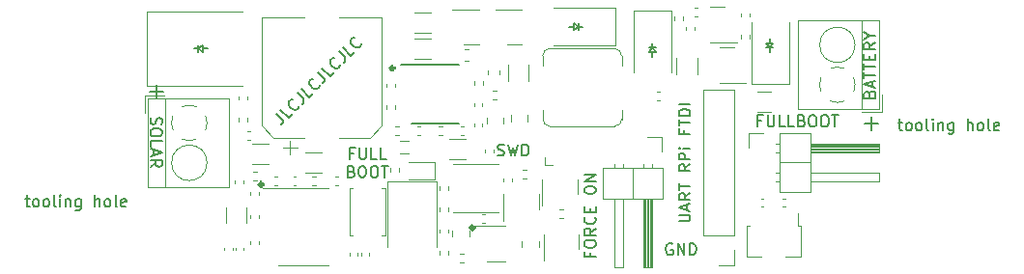
<source format=gto>
%TF.GenerationSoftware,KiCad,Pcbnew,(6.0.5)*%
%TF.CreationDate,2022-05-29T19:21:05+02:00*%
%TF.ProjectId,SolarCamPiV2,536f6c61-7243-4616-9d50-6956322e6b69,rev?*%
%TF.SameCoordinates,Original*%
%TF.FileFunction,Legend,Top*%
%TF.FilePolarity,Positive*%
%FSLAX46Y46*%
G04 Gerber Fmt 4.6, Leading zero omitted, Abs format (unit mm)*
G04 Created by KiCad (PCBNEW (6.0.5)) date 2022-05-29 19:21:05*
%MOMM*%
%LPD*%
G01*
G04 APERTURE LIST*
%ADD10C,0.150000*%
%ADD11C,0.348607*%
%ADD12C,0.200000*%
%ADD13C,0.120000*%
G04 APERTURE END LIST*
D10*
X144400000Y-110700000D02*
X144700000Y-110300000D01*
X104900000Y-110350000D02*
X104900000Y-110650000D01*
X144700000Y-110700000D02*
X144700000Y-111100000D01*
X137800001Y-108150000D02*
X137800001Y-108750000D01*
X144400000Y-110300000D02*
X145000000Y-110300000D01*
X138199999Y-108450000D02*
X138600000Y-108450000D01*
X144700000Y-110300000D02*
X145000000Y-110700000D01*
D11*
X110574303Y-122300000D02*
G75*
G03*
X110574303Y-122300000I-174303J0D01*
G01*
D10*
X104900000Y-110350000D02*
X104499999Y-110350000D01*
X154950000Y-110299999D02*
X155250000Y-110299999D01*
X155250000Y-110299999D02*
X154650000Y-110299999D01*
X154950000Y-110299999D02*
X154650000Y-109900001D01*
X104900000Y-110650000D02*
X104900000Y-110050000D01*
X137800001Y-108150000D02*
X138199999Y-108450000D01*
X154950000Y-109900001D02*
X154950000Y-109500000D01*
X144400000Y-110700000D02*
X145000000Y-110700000D01*
X144700000Y-110300000D02*
X144700000Y-109900000D01*
X105299998Y-110350000D02*
X105699999Y-110350000D01*
X138199999Y-108150000D02*
X138199999Y-108750000D01*
X104900000Y-110350000D02*
X105299998Y-110050000D01*
X138199999Y-108450000D02*
X137800001Y-108750000D01*
X154950000Y-110299999D02*
X154950000Y-110700000D01*
D11*
X122074303Y-112100000D02*
G75*
G03*
X122074303Y-112100000I-174303J0D01*
G01*
D10*
X105299998Y-110650000D02*
X105299998Y-110050000D01*
X144700000Y-110300000D02*
X144400000Y-110300000D01*
D11*
X129074303Y-126100000D02*
G75*
G03*
X129074303Y-126100000I-174303J0D01*
G01*
D10*
X155250000Y-109900001D02*
X154950000Y-110299999D01*
X155250000Y-109900001D02*
X154650000Y-109900001D01*
X137800001Y-108450000D02*
X137400000Y-108450000D01*
X105299998Y-110650000D02*
X104900000Y-110350000D01*
X138199999Y-108450000D02*
X138199999Y-108150000D01*
X154255952Y-116703571D02*
X153922619Y-116703571D01*
X153922619Y-117227380D02*
X153922619Y-116227380D01*
X154398809Y-116227380D01*
X154779761Y-116227380D02*
X154779761Y-117036904D01*
X154827380Y-117132142D01*
X154875000Y-117179761D01*
X154970238Y-117227380D01*
X155160714Y-117227380D01*
X155255952Y-117179761D01*
X155303571Y-117132142D01*
X155351190Y-117036904D01*
X155351190Y-116227380D01*
X156303571Y-117227380D02*
X155827380Y-117227380D01*
X155827380Y-116227380D01*
X157113095Y-117227380D02*
X156636904Y-117227380D01*
X156636904Y-116227380D01*
X157779761Y-116703571D02*
X157922619Y-116751190D01*
X157970238Y-116798809D01*
X158017857Y-116894047D01*
X158017857Y-117036904D01*
X157970238Y-117132142D01*
X157922619Y-117179761D01*
X157827380Y-117227380D01*
X157446428Y-117227380D01*
X157446428Y-116227380D01*
X157779761Y-116227380D01*
X157875000Y-116275000D01*
X157922619Y-116322619D01*
X157970238Y-116417857D01*
X157970238Y-116513095D01*
X157922619Y-116608333D01*
X157875000Y-116655952D01*
X157779761Y-116703571D01*
X157446428Y-116703571D01*
X158636904Y-116227380D02*
X158827380Y-116227380D01*
X158922619Y-116275000D01*
X159017857Y-116370238D01*
X159065476Y-116560714D01*
X159065476Y-116894047D01*
X159017857Y-117084523D01*
X158922619Y-117179761D01*
X158827380Y-117227380D01*
X158636904Y-117227380D01*
X158541666Y-117179761D01*
X158446428Y-117084523D01*
X158398809Y-116894047D01*
X158398809Y-116560714D01*
X158446428Y-116370238D01*
X158541666Y-116275000D01*
X158636904Y-116227380D01*
X159684523Y-116227380D02*
X159875000Y-116227380D01*
X159970238Y-116275000D01*
X160065476Y-116370238D01*
X160113095Y-116560714D01*
X160113095Y-116894047D01*
X160065476Y-117084523D01*
X159970238Y-117179761D01*
X159875000Y-117227380D01*
X159684523Y-117227380D01*
X159589285Y-117179761D01*
X159494047Y-117084523D01*
X159446428Y-116894047D01*
X159446428Y-116560714D01*
X159494047Y-116370238D01*
X159589285Y-116275000D01*
X159684523Y-116227380D01*
X160398809Y-116227380D02*
X160970238Y-116227380D01*
X160684523Y-117227380D02*
X160684523Y-116227380D01*
X163703571Y-114375000D02*
X163751190Y-114232142D01*
X163798809Y-114184523D01*
X163894047Y-114136904D01*
X164036904Y-114136904D01*
X164132142Y-114184523D01*
X164179761Y-114232142D01*
X164227380Y-114327380D01*
X164227380Y-114708333D01*
X163227380Y-114708333D01*
X163227380Y-114375000D01*
X163275000Y-114279761D01*
X163322619Y-114232142D01*
X163417857Y-114184523D01*
X163513095Y-114184523D01*
X163608333Y-114232142D01*
X163655952Y-114279761D01*
X163703571Y-114375000D01*
X163703571Y-114708333D01*
X163941666Y-113755952D02*
X163941666Y-113279761D01*
X164227380Y-113851190D02*
X163227380Y-113517857D01*
X164227380Y-113184523D01*
X163227380Y-112994047D02*
X163227380Y-112422619D01*
X164227380Y-112708333D02*
X163227380Y-112708333D01*
X163227380Y-112232142D02*
X163227380Y-111660714D01*
X164227380Y-111946428D02*
X163227380Y-111946428D01*
X163703571Y-111327380D02*
X163703571Y-110994047D01*
X164227380Y-110851190D02*
X164227380Y-111327380D01*
X163227380Y-111327380D01*
X163227380Y-110851190D01*
X164227380Y-109851190D02*
X163751190Y-110184523D01*
X164227380Y-110422619D02*
X163227380Y-110422619D01*
X163227380Y-110041666D01*
X163275000Y-109946428D01*
X163322619Y-109898809D01*
X163417857Y-109851190D01*
X163560714Y-109851190D01*
X163655952Y-109898809D01*
X163703571Y-109946428D01*
X163751190Y-110041666D01*
X163751190Y-110422619D01*
X163751190Y-109232142D02*
X164227380Y-109232142D01*
X163227380Y-109565476D02*
X163751190Y-109232142D01*
X163227380Y-108898809D01*
X111746614Y-116078934D02*
X112251691Y-116584011D01*
X112319034Y-116718698D01*
X112319034Y-116853385D01*
X112251691Y-116988072D01*
X112184347Y-117055415D01*
X113127156Y-116112606D02*
X112790439Y-116449324D01*
X112083332Y-115742217D01*
X113699576Y-115405499D02*
X113699576Y-115472843D01*
X113632233Y-115607530D01*
X113564889Y-115674873D01*
X113430202Y-115742217D01*
X113295515Y-115742217D01*
X113194500Y-115708545D01*
X113026141Y-115607530D01*
X112925126Y-115506514D01*
X112824111Y-115338156D01*
X112790439Y-115237140D01*
X112790439Y-115102453D01*
X112857782Y-114967766D01*
X112925126Y-114900423D01*
X113059813Y-114833079D01*
X113127156Y-114833079D01*
X113564889Y-114260660D02*
X114069965Y-114765736D01*
X114137309Y-114900423D01*
X114137309Y-115035110D01*
X114069965Y-115169797D01*
X114002622Y-115237140D01*
X114945431Y-114294331D02*
X114608713Y-114631049D01*
X113901607Y-113923942D01*
X115517851Y-113587225D02*
X115517851Y-113654568D01*
X115450507Y-113789255D01*
X115383164Y-113856599D01*
X115248477Y-113923942D01*
X115113790Y-113923942D01*
X115012774Y-113890270D01*
X114844416Y-113789255D01*
X114743400Y-113688240D01*
X114642385Y-113519881D01*
X114608713Y-113418866D01*
X114608713Y-113284179D01*
X114676057Y-113149492D01*
X114743400Y-113082148D01*
X114878087Y-113014805D01*
X114945431Y-113014805D01*
X115383164Y-112442385D02*
X115888240Y-112947461D01*
X115955583Y-113082148D01*
X115955583Y-113216835D01*
X115888240Y-113351522D01*
X115820896Y-113418866D01*
X116763705Y-112476057D02*
X116426988Y-112812774D01*
X115719881Y-112105668D01*
X117336125Y-111768950D02*
X117336125Y-111836294D01*
X117268782Y-111970981D01*
X117201438Y-112038324D01*
X117066751Y-112105668D01*
X116932064Y-112105668D01*
X116831049Y-112071996D01*
X116662690Y-111970981D01*
X116561675Y-111869965D01*
X116460660Y-111701607D01*
X116426988Y-111600591D01*
X116426988Y-111465904D01*
X116494331Y-111331217D01*
X116561675Y-111263874D01*
X116696362Y-111196530D01*
X116763705Y-111196530D01*
X117201438Y-110624111D02*
X117706514Y-111129187D01*
X117773858Y-111263874D01*
X117773858Y-111398561D01*
X117706514Y-111533248D01*
X117639171Y-111600591D01*
X118581980Y-110657782D02*
X118245263Y-110994500D01*
X117538156Y-110287393D01*
X119154400Y-109950675D02*
X119154400Y-110018019D01*
X119087056Y-110152706D01*
X119019713Y-110220049D01*
X118885026Y-110287393D01*
X118750339Y-110287393D01*
X118649324Y-110253721D01*
X118480965Y-110152706D01*
X118379950Y-110051691D01*
X118278934Y-109883332D01*
X118245263Y-109782317D01*
X118245263Y-109647630D01*
X118312606Y-109512943D01*
X118379950Y-109445599D01*
X118514637Y-109378256D01*
X118581980Y-109378256D01*
X147002380Y-125542857D02*
X147811904Y-125542857D01*
X147907142Y-125495238D01*
X147954761Y-125447619D01*
X148002380Y-125352380D01*
X148002380Y-125161904D01*
X147954761Y-125066666D01*
X147907142Y-125019047D01*
X147811904Y-124971428D01*
X147002380Y-124971428D01*
X147716666Y-124542857D02*
X147716666Y-124066666D01*
X148002380Y-124638095D02*
X147002380Y-124304761D01*
X148002380Y-123971428D01*
X148002380Y-123066666D02*
X147526190Y-123400000D01*
X148002380Y-123638095D02*
X147002380Y-123638095D01*
X147002380Y-123257142D01*
X147050000Y-123161904D01*
X147097619Y-123114285D01*
X147192857Y-123066666D01*
X147335714Y-123066666D01*
X147430952Y-123114285D01*
X147478571Y-123161904D01*
X147526190Y-123257142D01*
X147526190Y-123638095D01*
X147002380Y-122780952D02*
X147002380Y-122209523D01*
X148002380Y-122495238D02*
X147002380Y-122495238D01*
X148002380Y-120542857D02*
X147526190Y-120876190D01*
X148002380Y-121114285D02*
X147002380Y-121114285D01*
X147002380Y-120733333D01*
X147050000Y-120638095D01*
X147097619Y-120590476D01*
X147192857Y-120542857D01*
X147335714Y-120542857D01*
X147430952Y-120590476D01*
X147478571Y-120638095D01*
X147526190Y-120733333D01*
X147526190Y-121114285D01*
X148002380Y-120114285D02*
X147002380Y-120114285D01*
X147002380Y-119733333D01*
X147050000Y-119638095D01*
X147097619Y-119590476D01*
X147192857Y-119542857D01*
X147335714Y-119542857D01*
X147430952Y-119590476D01*
X147478571Y-119638095D01*
X147526190Y-119733333D01*
X147526190Y-120114285D01*
X148002380Y-119114285D02*
X147335714Y-119114285D01*
X147002380Y-119114285D02*
X147050000Y-119161904D01*
X147097619Y-119114285D01*
X147050000Y-119066666D01*
X147002380Y-119114285D01*
X147097619Y-119114285D01*
X147478571Y-117542857D02*
X147478571Y-117876190D01*
X148002380Y-117876190D02*
X147002380Y-117876190D01*
X147002380Y-117400000D01*
X147002380Y-117161904D02*
X147002380Y-116590476D01*
X148002380Y-116876190D02*
X147002380Y-116876190D01*
X148002380Y-116257142D02*
X147002380Y-116257142D01*
X147002380Y-116019047D01*
X147050000Y-115876190D01*
X147145238Y-115780952D01*
X147240476Y-115733333D01*
X147430952Y-115685714D01*
X147573809Y-115685714D01*
X147764285Y-115733333D01*
X147859523Y-115780952D01*
X147954761Y-115876190D01*
X148002380Y-116019047D01*
X148002380Y-116257142D01*
X148002380Y-115257142D02*
X147002380Y-115257142D01*
X118484523Y-119548571D02*
X118151190Y-119548571D01*
X118151190Y-120072380D02*
X118151190Y-119072380D01*
X118627380Y-119072380D01*
X119008333Y-119072380D02*
X119008333Y-119881904D01*
X119055952Y-119977142D01*
X119103571Y-120024761D01*
X119198809Y-120072380D01*
X119389285Y-120072380D01*
X119484523Y-120024761D01*
X119532142Y-119977142D01*
X119579761Y-119881904D01*
X119579761Y-119072380D01*
X120532142Y-120072380D02*
X120055952Y-120072380D01*
X120055952Y-119072380D01*
X121341666Y-120072380D02*
X120865476Y-120072380D01*
X120865476Y-119072380D01*
X118317857Y-121158571D02*
X118460714Y-121206190D01*
X118508333Y-121253809D01*
X118555952Y-121349047D01*
X118555952Y-121491904D01*
X118508333Y-121587142D01*
X118460714Y-121634761D01*
X118365476Y-121682380D01*
X117984523Y-121682380D01*
X117984523Y-120682380D01*
X118317857Y-120682380D01*
X118413095Y-120730000D01*
X118460714Y-120777619D01*
X118508333Y-120872857D01*
X118508333Y-120968095D01*
X118460714Y-121063333D01*
X118413095Y-121110952D01*
X118317857Y-121158571D01*
X117984523Y-121158571D01*
X119175000Y-120682380D02*
X119365476Y-120682380D01*
X119460714Y-120730000D01*
X119555952Y-120825238D01*
X119603571Y-121015714D01*
X119603571Y-121349047D01*
X119555952Y-121539523D01*
X119460714Y-121634761D01*
X119365476Y-121682380D01*
X119175000Y-121682380D01*
X119079761Y-121634761D01*
X118984523Y-121539523D01*
X118936904Y-121349047D01*
X118936904Y-121015714D01*
X118984523Y-120825238D01*
X119079761Y-120730000D01*
X119175000Y-120682380D01*
X120222619Y-120682380D02*
X120413095Y-120682380D01*
X120508333Y-120730000D01*
X120603571Y-120825238D01*
X120651190Y-121015714D01*
X120651190Y-121349047D01*
X120603571Y-121539523D01*
X120508333Y-121634761D01*
X120413095Y-121682380D01*
X120222619Y-121682380D01*
X120127380Y-121634761D01*
X120032142Y-121539523D01*
X119984523Y-121349047D01*
X119984523Y-121015714D01*
X120032142Y-120825238D01*
X120127380Y-120730000D01*
X120222619Y-120682380D01*
X120936904Y-120682380D02*
X121508333Y-120682380D01*
X121222619Y-121682380D02*
X121222619Y-120682380D01*
X100745238Y-116457142D02*
X100697619Y-116600000D01*
X100697619Y-116838095D01*
X100745238Y-116933333D01*
X100792857Y-116980952D01*
X100888095Y-117028571D01*
X100983333Y-117028571D01*
X101078571Y-116980952D01*
X101126190Y-116933333D01*
X101173809Y-116838095D01*
X101221428Y-116647619D01*
X101269047Y-116552380D01*
X101316666Y-116504761D01*
X101411904Y-116457142D01*
X101507142Y-116457142D01*
X101602380Y-116504761D01*
X101650000Y-116552380D01*
X101697619Y-116647619D01*
X101697619Y-116885714D01*
X101650000Y-117028571D01*
X101697619Y-117647619D02*
X101697619Y-117838095D01*
X101650000Y-117933333D01*
X101554761Y-118028571D01*
X101364285Y-118076190D01*
X101030952Y-118076190D01*
X100840476Y-118028571D01*
X100745238Y-117933333D01*
X100697619Y-117838095D01*
X100697619Y-117647619D01*
X100745238Y-117552380D01*
X100840476Y-117457142D01*
X101030952Y-117409523D01*
X101364285Y-117409523D01*
X101554761Y-117457142D01*
X101650000Y-117552380D01*
X101697619Y-117647619D01*
X100697619Y-118980952D02*
X100697619Y-118504761D01*
X101697619Y-118504761D01*
X100983333Y-119266666D02*
X100983333Y-119742857D01*
X100697619Y-119171428D02*
X101697619Y-119504761D01*
X100697619Y-119838095D01*
X100697619Y-120742857D02*
X101173809Y-120409523D01*
X100697619Y-120171428D02*
X101697619Y-120171428D01*
X101697619Y-120552380D01*
X101650000Y-120647619D01*
X101602380Y-120695238D01*
X101507142Y-120742857D01*
X101364285Y-120742857D01*
X101269047Y-120695238D01*
X101221428Y-120647619D01*
X101173809Y-120552380D01*
X101173809Y-120171428D01*
D12*
X163303571Y-116932142D02*
X164446428Y-116932142D01*
X163875000Y-117503571D02*
X163875000Y-116360714D01*
D10*
X146438095Y-127525000D02*
X146342857Y-127477380D01*
X146200000Y-127477380D01*
X146057142Y-127525000D01*
X145961904Y-127620238D01*
X145914285Y-127715476D01*
X145866666Y-127905952D01*
X145866666Y-128048809D01*
X145914285Y-128239285D01*
X145961904Y-128334523D01*
X146057142Y-128429761D01*
X146200000Y-128477380D01*
X146295238Y-128477380D01*
X146438095Y-128429761D01*
X146485714Y-128382142D01*
X146485714Y-128048809D01*
X146295238Y-128048809D01*
X146914285Y-128477380D02*
X146914285Y-127477380D01*
X147485714Y-128477380D01*
X147485714Y-127477380D01*
X147961904Y-128477380D02*
X147961904Y-127477380D01*
X148200000Y-127477380D01*
X148342857Y-127525000D01*
X148438095Y-127620238D01*
X148485714Y-127715476D01*
X148533333Y-127905952D01*
X148533333Y-128048809D01*
X148485714Y-128239285D01*
X148438095Y-128334523D01*
X148342857Y-128429761D01*
X148200000Y-128477380D01*
X147961904Y-128477380D01*
X139203571Y-128311904D02*
X139203571Y-128645238D01*
X139727380Y-128645238D02*
X138727380Y-128645238D01*
X138727380Y-128169047D01*
X138727380Y-127597619D02*
X138727380Y-127407142D01*
X138775000Y-127311904D01*
X138870238Y-127216666D01*
X139060714Y-127169047D01*
X139394047Y-127169047D01*
X139584523Y-127216666D01*
X139679761Y-127311904D01*
X139727380Y-127407142D01*
X139727380Y-127597619D01*
X139679761Y-127692857D01*
X139584523Y-127788095D01*
X139394047Y-127835714D01*
X139060714Y-127835714D01*
X138870238Y-127788095D01*
X138775000Y-127692857D01*
X138727380Y-127597619D01*
X139727380Y-126169047D02*
X139251190Y-126502380D01*
X139727380Y-126740476D02*
X138727380Y-126740476D01*
X138727380Y-126359523D01*
X138775000Y-126264285D01*
X138822619Y-126216666D01*
X138917857Y-126169047D01*
X139060714Y-126169047D01*
X139155952Y-126216666D01*
X139203571Y-126264285D01*
X139251190Y-126359523D01*
X139251190Y-126740476D01*
X139632142Y-125169047D02*
X139679761Y-125216666D01*
X139727380Y-125359523D01*
X139727380Y-125454761D01*
X139679761Y-125597619D01*
X139584523Y-125692857D01*
X139489285Y-125740476D01*
X139298809Y-125788095D01*
X139155952Y-125788095D01*
X138965476Y-125740476D01*
X138870238Y-125692857D01*
X138775000Y-125597619D01*
X138727380Y-125454761D01*
X138727380Y-125359523D01*
X138775000Y-125216666D01*
X138822619Y-125169047D01*
X139203571Y-124740476D02*
X139203571Y-124407142D01*
X139727380Y-124264285D02*
X139727380Y-124740476D01*
X138727380Y-124740476D01*
X138727380Y-124264285D01*
X138727380Y-122883333D02*
X138727380Y-122692857D01*
X138775000Y-122597619D01*
X138870238Y-122502380D01*
X139060714Y-122454761D01*
X139394047Y-122454761D01*
X139584523Y-122502380D01*
X139679761Y-122597619D01*
X139727380Y-122692857D01*
X139727380Y-122883333D01*
X139679761Y-122978571D01*
X139584523Y-123073809D01*
X139394047Y-123121428D01*
X139060714Y-123121428D01*
X138870238Y-123073809D01*
X138775000Y-122978571D01*
X138727380Y-122883333D01*
X139727380Y-122026190D02*
X138727380Y-122026190D01*
X139727380Y-121454761D01*
X138727380Y-121454761D01*
X131117857Y-119729761D02*
X131260714Y-119777380D01*
X131498809Y-119777380D01*
X131594047Y-119729761D01*
X131641666Y-119682142D01*
X131689285Y-119586904D01*
X131689285Y-119491666D01*
X131641666Y-119396428D01*
X131594047Y-119348809D01*
X131498809Y-119301190D01*
X131308333Y-119253571D01*
X131213095Y-119205952D01*
X131165476Y-119158333D01*
X131117857Y-119063095D01*
X131117857Y-118967857D01*
X131165476Y-118872619D01*
X131213095Y-118825000D01*
X131308333Y-118777380D01*
X131546428Y-118777380D01*
X131689285Y-118825000D01*
X132022619Y-118777380D02*
X132260714Y-119777380D01*
X132451190Y-119063095D01*
X132641666Y-119777380D01*
X132879761Y-118777380D01*
X133260714Y-119777380D02*
X133260714Y-118777380D01*
X133498809Y-118777380D01*
X133641666Y-118825000D01*
X133736904Y-118920238D01*
X133784523Y-119015476D01*
X133832142Y-119205952D01*
X133832142Y-119348809D01*
X133784523Y-119539285D01*
X133736904Y-119634523D01*
X133641666Y-119729761D01*
X133498809Y-119777380D01*
X133260714Y-119777380D01*
D12*
X100653571Y-114132142D02*
X101796428Y-114132142D01*
X101225000Y-114703571D02*
X101225000Y-113560714D01*
D10*
%TO.C,H5*%
X89723809Y-123585714D02*
X90104761Y-123585714D01*
X89866666Y-123252380D02*
X89866666Y-124109523D01*
X89914285Y-124204761D01*
X90009523Y-124252380D01*
X90104761Y-124252380D01*
X90580952Y-124252380D02*
X90485714Y-124204761D01*
X90438095Y-124157142D01*
X90390476Y-124061904D01*
X90390476Y-123776190D01*
X90438095Y-123680952D01*
X90485714Y-123633333D01*
X90580952Y-123585714D01*
X90723809Y-123585714D01*
X90819047Y-123633333D01*
X90866666Y-123680952D01*
X90914285Y-123776190D01*
X90914285Y-124061904D01*
X90866666Y-124157142D01*
X90819047Y-124204761D01*
X90723809Y-124252380D01*
X90580952Y-124252380D01*
X91485714Y-124252380D02*
X91390476Y-124204761D01*
X91342857Y-124157142D01*
X91295238Y-124061904D01*
X91295238Y-123776190D01*
X91342857Y-123680952D01*
X91390476Y-123633333D01*
X91485714Y-123585714D01*
X91628571Y-123585714D01*
X91723809Y-123633333D01*
X91771428Y-123680952D01*
X91819047Y-123776190D01*
X91819047Y-124061904D01*
X91771428Y-124157142D01*
X91723809Y-124204761D01*
X91628571Y-124252380D01*
X91485714Y-124252380D01*
X92390476Y-124252380D02*
X92295238Y-124204761D01*
X92247619Y-124109523D01*
X92247619Y-123252380D01*
X92771428Y-124252380D02*
X92771428Y-123585714D01*
X92771428Y-123252380D02*
X92723809Y-123300000D01*
X92771428Y-123347619D01*
X92819047Y-123300000D01*
X92771428Y-123252380D01*
X92771428Y-123347619D01*
X93247619Y-123585714D02*
X93247619Y-124252380D01*
X93247619Y-123680952D02*
X93295238Y-123633333D01*
X93390476Y-123585714D01*
X93533333Y-123585714D01*
X93628571Y-123633333D01*
X93676190Y-123728571D01*
X93676190Y-124252380D01*
X94580952Y-123585714D02*
X94580952Y-124395238D01*
X94533333Y-124490476D01*
X94485714Y-124538095D01*
X94390476Y-124585714D01*
X94247619Y-124585714D01*
X94152380Y-124538095D01*
X94580952Y-124204761D02*
X94485714Y-124252380D01*
X94295238Y-124252380D01*
X94200000Y-124204761D01*
X94152380Y-124157142D01*
X94104761Y-124061904D01*
X94104761Y-123776190D01*
X94152380Y-123680952D01*
X94200000Y-123633333D01*
X94295238Y-123585714D01*
X94485714Y-123585714D01*
X94580952Y-123633333D01*
X95819047Y-124252380D02*
X95819047Y-123252380D01*
X96247619Y-124252380D02*
X96247619Y-123728571D01*
X96200000Y-123633333D01*
X96104761Y-123585714D01*
X95961904Y-123585714D01*
X95866666Y-123633333D01*
X95819047Y-123680952D01*
X96866666Y-124252380D02*
X96771428Y-124204761D01*
X96723809Y-124157142D01*
X96676190Y-124061904D01*
X96676190Y-123776190D01*
X96723809Y-123680952D01*
X96771428Y-123633333D01*
X96866666Y-123585714D01*
X97009523Y-123585714D01*
X97104761Y-123633333D01*
X97152380Y-123680952D01*
X97200000Y-123776190D01*
X97200000Y-124061904D01*
X97152380Y-124157142D01*
X97104761Y-124204761D01*
X97009523Y-124252380D01*
X96866666Y-124252380D01*
X97771428Y-124252380D02*
X97676190Y-124204761D01*
X97628571Y-124109523D01*
X97628571Y-123252380D01*
X98533333Y-124204761D02*
X98438095Y-124252380D01*
X98247619Y-124252380D01*
X98152380Y-124204761D01*
X98104761Y-124109523D01*
X98104761Y-123728571D01*
X98152380Y-123633333D01*
X98247619Y-123585714D01*
X98438095Y-123585714D01*
X98533333Y-123633333D01*
X98580952Y-123728571D01*
X98580952Y-123823809D01*
X98104761Y-123919047D01*
%TO.C,H6*%
X166223809Y-116885714D02*
X166604761Y-116885714D01*
X166366666Y-116552380D02*
X166366666Y-117409523D01*
X166414285Y-117504761D01*
X166509523Y-117552380D01*
X166604761Y-117552380D01*
X167080952Y-117552380D02*
X166985714Y-117504761D01*
X166938095Y-117457142D01*
X166890476Y-117361904D01*
X166890476Y-117076190D01*
X166938095Y-116980952D01*
X166985714Y-116933333D01*
X167080952Y-116885714D01*
X167223809Y-116885714D01*
X167319047Y-116933333D01*
X167366666Y-116980952D01*
X167414285Y-117076190D01*
X167414285Y-117361904D01*
X167366666Y-117457142D01*
X167319047Y-117504761D01*
X167223809Y-117552380D01*
X167080952Y-117552380D01*
X167985714Y-117552380D02*
X167890476Y-117504761D01*
X167842857Y-117457142D01*
X167795238Y-117361904D01*
X167795238Y-117076190D01*
X167842857Y-116980952D01*
X167890476Y-116933333D01*
X167985714Y-116885714D01*
X168128571Y-116885714D01*
X168223809Y-116933333D01*
X168271428Y-116980952D01*
X168319047Y-117076190D01*
X168319047Y-117361904D01*
X168271428Y-117457142D01*
X168223809Y-117504761D01*
X168128571Y-117552380D01*
X167985714Y-117552380D01*
X168890476Y-117552380D02*
X168795238Y-117504761D01*
X168747619Y-117409523D01*
X168747619Y-116552380D01*
X169271428Y-117552380D02*
X169271428Y-116885714D01*
X169271428Y-116552380D02*
X169223809Y-116600000D01*
X169271428Y-116647619D01*
X169319047Y-116600000D01*
X169271428Y-116552380D01*
X169271428Y-116647619D01*
X169747619Y-116885714D02*
X169747619Y-117552380D01*
X169747619Y-116980952D02*
X169795238Y-116933333D01*
X169890476Y-116885714D01*
X170033333Y-116885714D01*
X170128571Y-116933333D01*
X170176190Y-117028571D01*
X170176190Y-117552380D01*
X171080952Y-116885714D02*
X171080952Y-117695238D01*
X171033333Y-117790476D01*
X170985714Y-117838095D01*
X170890476Y-117885714D01*
X170747619Y-117885714D01*
X170652380Y-117838095D01*
X171080952Y-117504761D02*
X170985714Y-117552380D01*
X170795238Y-117552380D01*
X170700000Y-117504761D01*
X170652380Y-117457142D01*
X170604761Y-117361904D01*
X170604761Y-117076190D01*
X170652380Y-116980952D01*
X170700000Y-116933333D01*
X170795238Y-116885714D01*
X170985714Y-116885714D01*
X171080952Y-116933333D01*
X172319047Y-117552380D02*
X172319047Y-116552380D01*
X172747619Y-117552380D02*
X172747619Y-117028571D01*
X172700000Y-116933333D01*
X172604761Y-116885714D01*
X172461904Y-116885714D01*
X172366666Y-116933333D01*
X172319047Y-116980952D01*
X173366666Y-117552380D02*
X173271428Y-117504761D01*
X173223809Y-117457142D01*
X173176190Y-117361904D01*
X173176190Y-117076190D01*
X173223809Y-116980952D01*
X173271428Y-116933333D01*
X173366666Y-116885714D01*
X173509523Y-116885714D01*
X173604761Y-116933333D01*
X173652380Y-116980952D01*
X173700000Y-117076190D01*
X173700000Y-117361904D01*
X173652380Y-117457142D01*
X173604761Y-117504761D01*
X173509523Y-117552380D01*
X173366666Y-117552380D01*
X174271428Y-117552380D02*
X174176190Y-117504761D01*
X174128571Y-117409523D01*
X174128571Y-116552380D01*
X175033333Y-117504761D02*
X174938095Y-117552380D01*
X174747619Y-117552380D01*
X174652380Y-117504761D01*
X174604761Y-117409523D01*
X174604761Y-117028571D01*
X174652380Y-116933333D01*
X174747619Y-116885714D01*
X174938095Y-116885714D01*
X175033333Y-116933333D01*
X175080952Y-117028571D01*
X175080952Y-117123809D01*
X174604761Y-117219047D01*
D13*
%TO.C,C19*%
X126760000Y-126292164D02*
X126760000Y-126507836D01*
X126040000Y-126292164D02*
X126040000Y-126507836D01*
%TO.C,C8*%
X130183820Y-116942572D02*
X130183820Y-116420068D01*
X131653820Y-116942572D02*
X131653820Y-116420068D01*
%TO.C,C10*%
X108860000Y-127842164D02*
X108860000Y-128057836D01*
X108140000Y-127842164D02*
X108140000Y-128057836D01*
%TO.C,C22*%
X109440000Y-123187836D02*
X109440000Y-122972164D01*
X110160000Y-123187836D02*
X110160000Y-122972164D01*
%TO.C,R17*%
X121720000Y-121153641D02*
X121720000Y-120846359D01*
X122480000Y-121153641D02*
X122480000Y-120846359D01*
%TO.C,D6*%
X100399999Y-113650000D02*
X108799999Y-113650000D01*
X100399999Y-107150000D02*
X108799999Y-107150000D01*
X100399999Y-113650000D02*
X100399999Y-107150000D01*
%TO.C,L2*%
X131200000Y-120500000D02*
X127200000Y-120500000D01*
X131200000Y-124700000D02*
X127200000Y-124700000D01*
%TO.C,R13*%
X109572936Y-120510000D02*
X111027064Y-120510000D01*
X109572936Y-118690000D02*
X111027064Y-118690000D01*
%TO.C,R9*%
X126780000Y-122446359D02*
X126780000Y-122753641D01*
X126020000Y-122446359D02*
X126020000Y-122753641D01*
%TO.C,JP1*%
X142980000Y-120865000D02*
X142980000Y-123525000D01*
X141330000Y-120467929D02*
X141330000Y-120865000D01*
X144630000Y-123525000D02*
X144630000Y-129525000D01*
X143970000Y-123525000D02*
X143970000Y-129525000D01*
X141330000Y-129525000D02*
X141330000Y-123525000D01*
X145520000Y-118155000D02*
X145520000Y-119425000D01*
X142090000Y-123525000D02*
X142090000Y-129525000D01*
X143870000Y-129525000D02*
X143870000Y-123525000D01*
X140380000Y-120865000D02*
X140380000Y-123525000D01*
X140380000Y-123525000D02*
X145580000Y-123525000D01*
X144450000Y-123525000D02*
X144450000Y-129525000D01*
X142090000Y-129525000D02*
X141330000Y-129525000D01*
X145580000Y-123525000D02*
X145580000Y-120865000D01*
X144210000Y-123525000D02*
X144210000Y-129525000D01*
X144090000Y-123525000D02*
X144090000Y-129525000D01*
X144630000Y-120535000D02*
X144630000Y-120865000D01*
X144330000Y-123525000D02*
X144330000Y-129525000D01*
X145580000Y-120865000D02*
X140380000Y-120865000D01*
X143870000Y-120535000D02*
X143870000Y-120865000D01*
X144250000Y-118155000D02*
X145520000Y-118155000D01*
X144630000Y-129525000D02*
X143870000Y-129525000D01*
X144570000Y-123525000D02*
X144570000Y-129525000D01*
X142090000Y-120467929D02*
X142090000Y-120865000D01*
%TO.C,R8*%
X128327064Y-118290000D02*
X126872936Y-118290000D01*
X128327064Y-120110000D02*
X126872936Y-120110000D01*
%TO.C,R14*%
X131003641Y-114070000D02*
X130696359Y-114070000D01*
X131003641Y-114830000D02*
X130696359Y-114830000D01*
%TO.C,C21*%
X111592164Y-122360000D02*
X111807836Y-122360000D01*
X111592164Y-121640000D02*
X111807836Y-121640000D01*
%TO.C,R33*%
X146620000Y-107546359D02*
X146620000Y-107853641D01*
X147380000Y-107546359D02*
X147380000Y-107853641D01*
%TO.C,R34*%
X148380000Y-108753641D02*
X148380000Y-108446359D01*
X147620000Y-108753641D02*
X147620000Y-108446359D01*
%TO.C,D7*%
X153350000Y-113500000D02*
X156650000Y-113500000D01*
X153350000Y-113500000D02*
X153350000Y-108100000D01*
X156650000Y-113500000D02*
X156650000Y-108100000D01*
%TO.C,D2*%
X146368820Y-107081320D02*
X146368820Y-112481320D01*
X143068820Y-107081320D02*
X143068820Y-112481320D01*
X146368820Y-107081320D02*
X143068820Y-107081320D01*
%TO.C,D1*%
X141418820Y-110131320D02*
X136018820Y-110131320D01*
X141418820Y-106831320D02*
X136018820Y-106831320D01*
X141418820Y-110131320D02*
X141418820Y-106831320D01*
%TO.C,R30*%
X153180000Y-109156359D02*
X153180000Y-109463641D01*
X152420000Y-109156359D02*
X152420000Y-109463641D01*
%TO.C,R24*%
X145046359Y-114905000D02*
X145353641Y-114905000D01*
X145046359Y-114145000D02*
X145353641Y-114145000D01*
%TO.C,C15*%
X134735000Y-127761252D02*
X134735000Y-127238748D01*
X133265000Y-127761252D02*
X133265000Y-127238748D01*
%TO.C,U4*%
X114100000Y-122615000D02*
X116300000Y-122615000D01*
X114100000Y-129385000D02*
X116300000Y-129385000D01*
X114100000Y-129385000D02*
X111900000Y-129385000D01*
X114100000Y-122615000D02*
X110500000Y-122615000D01*
%TO.C,C4*%
X131260000Y-112590580D02*
X131260000Y-112309420D01*
X130240000Y-112590580D02*
X130240000Y-112309420D01*
%TO.C,R20*%
X109180000Y-116446359D02*
X109180000Y-116753641D01*
X108420000Y-116446359D02*
X108420000Y-116753641D01*
%TO.C,C26*%
X111504437Y-118192500D02*
X110440000Y-117128063D01*
X120960000Y-107672500D02*
X117210000Y-107672500D01*
X110440000Y-107672500D02*
X114190000Y-107672500D01*
X111504437Y-118192500D02*
X114190000Y-118192500D01*
X112940000Y-119682500D02*
X112940000Y-118432500D01*
X112315000Y-119057500D02*
X113565000Y-119057500D01*
X120960000Y-117128063D02*
X120960000Y-107672500D01*
X110440000Y-117128063D02*
X110440000Y-107672500D01*
X119895563Y-118192500D02*
X117210000Y-118192500D01*
X119895563Y-118192500D02*
X120960000Y-117128063D01*
%TO.C,Q4*%
X134760000Y-123800000D02*
X134760000Y-123150000D01*
X134760000Y-123800000D02*
X134760000Y-124450000D01*
X131640000Y-123800000D02*
X131640000Y-125475000D01*
X131640000Y-123800000D02*
X131640000Y-123150000D01*
%TO.C,R22*%
X117178641Y-122380000D02*
X116871359Y-122380000D01*
X117178641Y-121620000D02*
X116871359Y-121620000D01*
%TO.C,C7*%
X129058820Y-115192164D02*
X129058820Y-115407836D01*
X129778820Y-115192164D02*
X129778820Y-115407836D01*
%TO.C,R23*%
X130045000Y-119528641D02*
X130045000Y-119221359D01*
X130805000Y-119528641D02*
X130805000Y-119221359D01*
%TO.C,U2*%
X152940000Y-128660000D02*
X152940000Y-125940000D01*
X154250000Y-128660000D02*
X152940000Y-128660000D01*
X157430000Y-124800000D02*
X157430000Y-125940000D01*
X152940000Y-125940000D02*
X153170000Y-125940000D01*
X157660000Y-125940000D02*
X157660000Y-128660000D01*
X157660000Y-125940000D02*
X157430000Y-125940000D01*
X157660000Y-128660000D02*
X156350000Y-128660000D01*
%TO.C,R29*%
X132405000Y-121746128D02*
X132405000Y-122053410D01*
X131645000Y-121746128D02*
X131645000Y-122053410D01*
%TO.C,R28*%
X127846359Y-129180000D02*
X128153641Y-129180000D01*
X127846359Y-128420000D02*
X128153641Y-128420000D01*
%TO.C,C6*%
X124110984Y-117941320D02*
X124326656Y-117941320D01*
X124110984Y-117221320D02*
X124326656Y-117221320D01*
%TO.C,R6*%
X115727064Y-119490000D02*
X114272936Y-119490000D01*
X115727064Y-121310000D02*
X114272936Y-121310000D01*
%TO.C,R19*%
X108420000Y-114546359D02*
X108420000Y-114853641D01*
X109180000Y-114546359D02*
X109180000Y-114853641D01*
%TO.C,C13*%
X119140000Y-128507836D02*
X119140000Y-128292164D01*
X119860000Y-128507836D02*
X119860000Y-128292164D01*
%TO.C,J1*%
X135905000Y-120570000D02*
X135270000Y-120570000D01*
X135270000Y-120570000D02*
X135270000Y-119935000D01*
%TO.C,R25*%
X133346359Y-121020000D02*
X133653641Y-121020000D01*
X133346359Y-121780000D02*
X133653641Y-121780000D01*
%TO.C,R3*%
X122130000Y-115678641D02*
X122130000Y-115371359D01*
X121370000Y-115678641D02*
X121370000Y-115371359D01*
%TO.C,C5*%
X128540580Y-111410000D02*
X128259420Y-111410000D01*
X128540580Y-110390000D02*
X128259420Y-110390000D01*
%TO.C,SW1*%
X118430000Y-126770000D02*
X118130000Y-126770000D01*
X118130000Y-126770000D02*
X118130000Y-122630000D01*
X120970000Y-122630000D02*
X121270000Y-122630000D01*
X121270000Y-126770000D02*
X120970000Y-126770000D01*
X118130000Y-122630000D02*
X118430000Y-122630000D01*
X121270000Y-122630000D02*
X121270000Y-126770000D01*
%TO.C,C20*%
X107910000Y-127842164D02*
X107910000Y-128057836D01*
X107190000Y-127842164D02*
X107190000Y-128057836D01*
%TO.C,D3*%
X138260000Y-127300000D02*
X138260000Y-127950000D01*
X135140000Y-127300000D02*
X135140000Y-128975000D01*
X135140000Y-127300000D02*
X135140000Y-126650000D01*
X138260000Y-127300000D02*
X138260000Y-126650000D01*
%TO.C,R21*%
X109146359Y-118380000D02*
X109453641Y-118380000D01*
X109146359Y-117620000D02*
X109453641Y-117620000D01*
D10*
%TO.C,U1*%
X122618820Y-111811320D02*
X127688820Y-111811320D01*
X123548820Y-116951320D02*
X127688820Y-116951320D01*
D13*
%TO.C,D5*%
X125585000Y-120365000D02*
X123300000Y-120365000D01*
X125585000Y-121835000D02*
X125585000Y-120365000D01*
X123300000Y-121835000D02*
X125585000Y-121835000D01*
%TO.C,F1*%
X155052064Y-115935000D02*
X153847936Y-115935000D01*
X155052064Y-114115000D02*
X153847936Y-114115000D01*
%TO.C,R4*%
X122130000Y-113753641D02*
X122130000Y-113446359D01*
X121370000Y-113753641D02*
X121370000Y-113446359D01*
%TO.C,C3*%
X129058820Y-117207836D02*
X129058820Y-116992164D01*
X129778820Y-117207836D02*
X129778820Y-116992164D01*
%TO.C,C9*%
X132283820Y-116742572D02*
X132283820Y-116220068D01*
X133753820Y-116742572D02*
X133753820Y-116220068D01*
%TO.C,J3*%
X151830000Y-126780000D02*
X149170000Y-126780000D01*
X151830000Y-114020000D02*
X149170000Y-114020000D01*
X151830000Y-128050000D02*
X151830000Y-129380000D01*
X151830000Y-126780000D02*
X151830000Y-114020000D01*
X149170000Y-126780000D02*
X149170000Y-114020000D01*
X151830000Y-129380000D02*
X150500000Y-129380000D01*
%TO.C,FB1*%
X123349621Y-119610000D02*
X122550377Y-119610000D01*
X123349621Y-118490000D02*
X122550377Y-118490000D01*
%TO.C,R7*%
X126780000Y-124346359D02*
X126780000Y-124653641D01*
X126020000Y-124346359D02*
X126020000Y-124653641D01*
%TO.C,D4*%
X125750000Y-122050000D02*
X121450000Y-122050000D01*
X125750000Y-122050000D02*
X125750000Y-127750000D01*
X121450000Y-122050000D02*
X121450000Y-127750000D01*
%TO.C,R5*%
X109696359Y-121980000D02*
X110003641Y-121980000D01*
X109696359Y-121220000D02*
X110003641Y-121220000D01*
%TO.C,U3*%
X131000000Y-125940000D02*
X129200000Y-125940000D01*
X131000000Y-129060000D02*
X131800000Y-129060000D01*
X131000000Y-125940000D02*
X131800000Y-125940000D01*
X131000000Y-129060000D02*
X130200000Y-129060000D01*
%TO.C,SC1*%
X101940000Y-114500000D02*
X100200000Y-114500000D01*
X107560000Y-114740000D02*
X107560000Y-122560000D01*
X100440000Y-114740000D02*
X100440000Y-122560000D01*
X107560000Y-122560000D02*
X100440000Y-122560000D01*
X107560000Y-114740000D02*
X100440000Y-114740000D01*
X100200000Y-114500000D02*
X100200000Y-116000000D01*
X102000000Y-114740000D02*
X102000000Y-122560000D01*
X102545000Y-116900000D02*
G75*
G03*
X102668615Y-117507587I1555000J0D01*
G01*
X104708000Y-115468000D02*
G75*
G03*
X103492258Y-115467891I-608000J-1432000D01*
G01*
X103492000Y-118332000D02*
G75*
G03*
X104707742Y-118332109I607999J1432003D01*
G01*
X105532000Y-117508000D02*
G75*
G03*
X105532109Y-116292258I-1432000J608000D01*
G01*
X102668000Y-116292000D02*
G75*
G03*
X102544507Y-116927011I1431988J-607998D01*
G01*
X105655000Y-120400000D02*
G75*
G03*
X105655000Y-120400000I-1555000J0D01*
G01*
%TO.C,R10*%
X115178641Y-121620000D02*
X114871359Y-121620000D01*
X115178641Y-122380000D02*
X114871359Y-122380000D01*
%TO.C,R15*%
X133828820Y-111754256D02*
X133828820Y-113208384D01*
X132008820Y-111754256D02*
X132008820Y-113208384D01*
%TO.C,C1*%
X123870068Y-108991320D02*
X125292572Y-108991320D01*
X123870068Y-107171320D02*
X125292572Y-107171320D01*
%TO.C,C14*%
X156307836Y-123540000D02*
X156092164Y-123540000D01*
X156307836Y-124260000D02*
X156092164Y-124260000D01*
%TO.C,C2*%
X123870068Y-109471320D02*
X125292572Y-109471320D01*
X123870068Y-111291320D02*
X125292572Y-111291320D01*
%TO.C,C24*%
X110160000Y-124992164D02*
X110160000Y-125207836D01*
X109440000Y-124992164D02*
X109440000Y-125207836D01*
%TO.C,Y1*%
X107325000Y-124325000D02*
X107325000Y-125675000D01*
X109075000Y-124325000D02*
X109075000Y-125675000D01*
%TO.C,R2*%
X127865179Y-117201320D02*
X128172461Y-117201320D01*
X127865179Y-117961320D02*
X128172461Y-117961320D01*
%TO.C,C17*%
X129792164Y-125660000D02*
X130007836Y-125660000D01*
X129792164Y-124940000D02*
X130007836Y-124940000D01*
%TO.C,R1*%
X125965179Y-117201320D02*
X126272461Y-117201320D01*
X125965179Y-117961320D02*
X126272461Y-117961320D01*
%TO.C,C16*%
X154407836Y-123540000D02*
X154192164Y-123540000D01*
X154407836Y-124260000D02*
X154192164Y-124260000D01*
%TO.C,R27*%
X126020000Y-128146359D02*
X126020000Y-128453641D01*
X126780000Y-128146359D02*
X126780000Y-128453641D01*
%TO.C,BT1*%
X164560000Y-115710000D02*
X164560000Y-107890000D01*
X163060000Y-115950000D02*
X164800000Y-115950000D01*
X163000000Y-115710000D02*
X163000000Y-107890000D01*
X157440000Y-115710000D02*
X157440000Y-107890000D01*
X157440000Y-107890000D02*
X164560000Y-107890000D01*
X164800000Y-115950000D02*
X164800000Y-114450000D01*
X157440000Y-115710000D02*
X164560000Y-115710000D01*
X162455000Y-113550000D02*
G75*
G03*
X162331385Y-112942413I-1555000J0D01*
G01*
X161508000Y-112118000D02*
G75*
G03*
X160292258Y-112117891I-607999J-1432003D01*
G01*
X162332000Y-114158000D02*
G75*
G03*
X162455493Y-113522989I-1431988J607998D01*
G01*
X159468000Y-112942000D02*
G75*
G03*
X159467891Y-114157742I1432000J-608000D01*
G01*
X160292000Y-114982000D02*
G75*
G03*
X161507742Y-114982109I608000J1432000D01*
G01*
X162455000Y-110050000D02*
G75*
G03*
X162455000Y-110050000I-1555000J0D01*
G01*
%TO.C,Q2*%
X128818820Y-106921320D02*
X129468820Y-106921320D01*
X128818820Y-110041320D02*
X129468820Y-110041320D01*
X128818820Y-106921320D02*
X127143820Y-106921320D01*
X128818820Y-110041320D02*
X128168820Y-110041320D01*
%TO.C,Q6*%
X150400000Y-106740000D02*
X149750000Y-106740000D01*
X150400000Y-109860000D02*
X149750000Y-109860000D01*
X150400000Y-109860000D02*
X152075000Y-109860000D01*
X150400000Y-106740000D02*
X151050000Y-106740000D01*
%TO.C,R26*%
X136546359Y-125280000D02*
X136853641Y-125280000D01*
X136546359Y-124520000D02*
X136853641Y-124520000D01*
%TO.C,C25*%
X113242164Y-122360000D02*
X113457836Y-122360000D01*
X113242164Y-121640000D02*
X113457836Y-121640000D01*
%TO.C,JP4*%
X155535000Y-119480000D02*
X155865000Y-119480000D01*
X155467929Y-122020000D02*
X155865000Y-122020000D01*
X158525000Y-119260000D02*
X164525000Y-119260000D01*
X155865000Y-117770000D02*
X155865000Y-122970000D01*
X155865000Y-120370000D02*
X158525000Y-120370000D01*
X158525000Y-117770000D02*
X155865000Y-117770000D01*
X164525000Y-119480000D02*
X158525000Y-119480000D01*
X153155000Y-119100000D02*
X153155000Y-117830000D01*
X158525000Y-119380000D02*
X164525000Y-119380000D01*
X153155000Y-117830000D02*
X154425000Y-117830000D01*
X155865000Y-122970000D02*
X158525000Y-122970000D01*
X155467929Y-121260000D02*
X155865000Y-121260000D01*
X158525000Y-122970000D02*
X158525000Y-117770000D01*
X158525000Y-121260000D02*
X164525000Y-121260000D01*
X164525000Y-121260000D02*
X164525000Y-122020000D01*
X158525000Y-119140000D02*
X164525000Y-119140000D01*
X164525000Y-118720000D02*
X164525000Y-119480000D01*
X158525000Y-118900000D02*
X164525000Y-118900000D01*
X164525000Y-122020000D02*
X158525000Y-122020000D01*
X155535000Y-118720000D02*
X155865000Y-118720000D01*
X158525000Y-118720000D02*
X164525000Y-118720000D01*
X158525000Y-118780000D02*
X164525000Y-118780000D01*
X158525000Y-119020000D02*
X164525000Y-119020000D01*
%TO.C,R11*%
X122165179Y-117961320D02*
X122472461Y-117961320D01*
X122165179Y-117201320D02*
X122472461Y-117201320D01*
%TO.C,C23*%
X108810000Y-122157836D02*
X108810000Y-121942164D01*
X108090000Y-122157836D02*
X108090000Y-121942164D01*
%TO.C,L1*%
X142003820Y-115731320D02*
X142003820Y-116581320D01*
X141393820Y-117191320D02*
X135693820Y-117191320D01*
X135693820Y-110371320D02*
X141343820Y-110371320D01*
X142003820Y-111031320D02*
X142003820Y-111831320D01*
X135083820Y-116581320D02*
X135083820Y-115731320D01*
X135083820Y-111831320D02*
X135083820Y-110981320D01*
X141393820Y-117191320D02*
G75*
G03*
X142003820Y-116581320I0J610000D01*
G01*
X135693820Y-110371320D02*
G75*
G03*
X135083820Y-110981320I0J-610000D01*
G01*
X135083820Y-116581320D02*
G75*
G03*
X135693820Y-117191320I610000J0D01*
G01*
X142003820Y-111031320D02*
G75*
G03*
X141343820Y-110371320I-660002J-2D01*
G01*
%TO.C,C18*%
X128635000Y-126338748D02*
X128635000Y-126861252D01*
X127165000Y-126338748D02*
X127165000Y-126861252D01*
%TO.C,Q1*%
X132618820Y-106921320D02*
X130943820Y-106921320D01*
X132618820Y-110041320D02*
X133268820Y-110041320D01*
X132618820Y-110041320D02*
X131968820Y-110041320D01*
X132618820Y-106921320D02*
X133268820Y-106921320D01*
%TO.C,Q3*%
X135040000Y-122500000D02*
X135040000Y-124175000D01*
X135040000Y-122500000D02*
X135040000Y-121850000D01*
X138160000Y-122500000D02*
X138160000Y-123150000D01*
X138160000Y-122500000D02*
X138160000Y-121850000D01*
%TO.C,Q5*%
X151200000Y-113360000D02*
X150550000Y-113360000D01*
X151200000Y-113360000D02*
X152875000Y-113360000D01*
X151200000Y-110240000D02*
X150550000Y-110240000D01*
X151200000Y-110240000D02*
X151850000Y-110240000D01*
%TO.C,C11*%
X109440000Y-127507836D02*
X109440000Y-127292164D01*
X110160000Y-127507836D02*
X110160000Y-127292164D01*
%TO.C,R32*%
X148653641Y-107580000D02*
X148346359Y-107580000D01*
X148653641Y-106820000D02*
X148346359Y-106820000D01*
%TO.C,C12*%
X118140000Y-128292164D02*
X118140000Y-128507836D01*
X118860000Y-128292164D02*
X118860000Y-128507836D01*
%TO.C,R31*%
X152420000Y-107563641D02*
X152420000Y-107256359D01*
X153180000Y-107563641D02*
X153180000Y-107256359D01*
%TO.C,R12*%
X129830000Y-113553641D02*
X129830000Y-113246359D01*
X129070000Y-113553641D02*
X129070000Y-113246359D01*
%TO.C,R16*%
X146790000Y-112627064D02*
X146790000Y-111172936D01*
X148610000Y-112627064D02*
X148610000Y-111172936D01*
%TD*%
M02*

</source>
